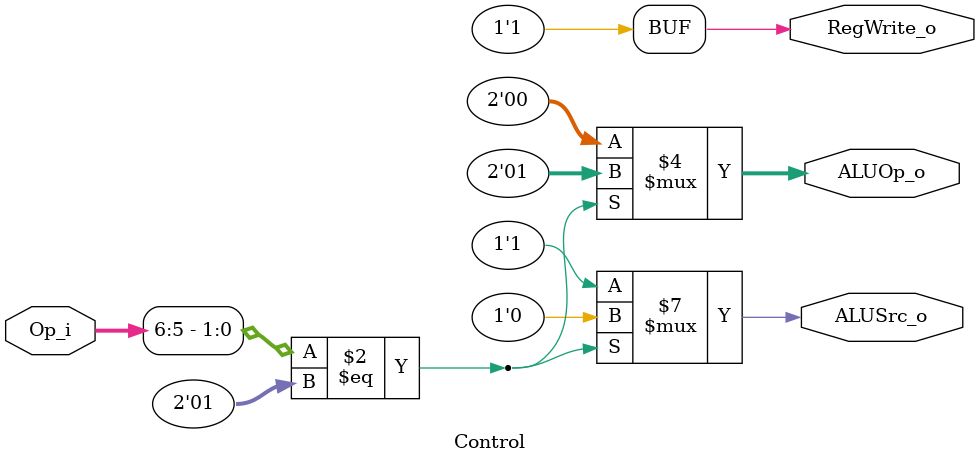
<source format=v>
module Control
(
    Op_i,
    ALUOp_o,
    ALUSrc_o,
    RegWrite_o
);

// Ports
input   [6:0]       Op_i;
output  [1:0]       ALUOp_o;
output              ALUSrc_o;
output              RegWrite_o;

reg     [1:0]       ALUOp_o;
reg                 ALUSrc_o;

`define Rtype 2'b01
`define Itype 2'b00

always@(Op_i) begin
    if (Op_i[6:5] == 2'b01)
        begin
            ALUSrc_o = 1'b0;
            ALUOp_o = `Rtype;
        end
    else
        begin
            ALUSrc_o = 1'b1;
            ALUOp_o = `Itype;
        end
end

assign RegWrite_o = 1'b1;

endmodule
</source>
